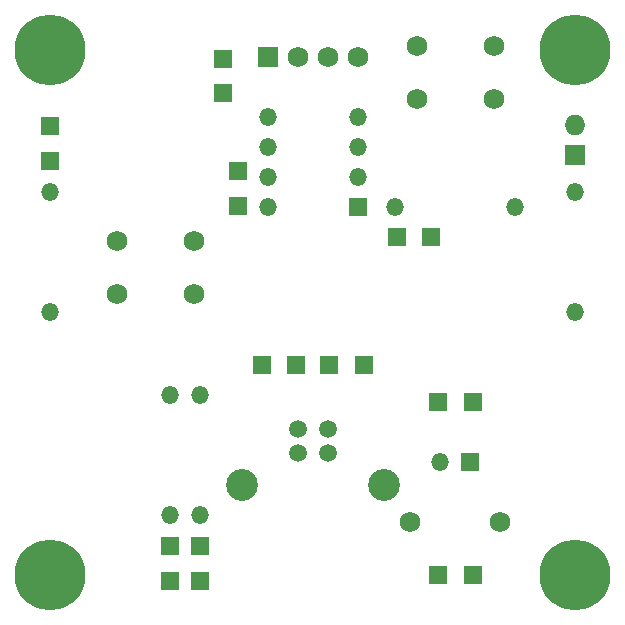
<source format=gbs>
G04 (created by PCBNEW (22-Jun-2014 BZR 4027)-stable) date Mon 12 Jun 2017 10:58:34 PM CDT*
%MOIN*%
G04 Gerber Fmt 3.4, Leading zero omitted, Abs format*
%FSLAX34Y34*%
G01*
G70*
G90*
G04 APERTURE LIST*
%ADD10C,0.00590551*%
%ADD11C,0.23622*%
%ADD12C,0.059*%
%ADD13C,0.1063*%
%ADD14R,0.069X0.069*%
%ADD15C,0.069*%
%ADD16O,0.059X0.059*%
%ADD17O,0.069X0.069*%
%ADD18R,0.059X0.059*%
%ADD19R,0.059X0.064*%
%ADD20R,0.064X0.059*%
G04 APERTURE END LIST*
G54D10*
G54D11*
X82000Y-44000D03*
X64500Y-44000D03*
X82000Y-61500D03*
X64500Y-61500D03*
G54D12*
X73750Y-56650D03*
X72750Y-56650D03*
X72750Y-57437D03*
X73750Y-57437D03*
G54D13*
X75612Y-58500D03*
X70888Y-58500D03*
G54D14*
X71750Y-44250D03*
G54D15*
X72750Y-44250D03*
X73750Y-44250D03*
X74750Y-44250D03*
G54D16*
X76000Y-49250D03*
X80000Y-49250D03*
X64500Y-48750D03*
X64500Y-52750D03*
X82000Y-48750D03*
X82000Y-52750D03*
X69500Y-59500D03*
X69500Y-55500D03*
X68500Y-59500D03*
X68500Y-55500D03*
G54D14*
X82000Y-47500D03*
G54D17*
X82000Y-46500D03*
G54D15*
X76500Y-59750D03*
X79500Y-59750D03*
G54D18*
X78500Y-57750D03*
G54D16*
X77500Y-57750D03*
G54D18*
X74750Y-49250D03*
G54D16*
X74750Y-48250D03*
X74750Y-47250D03*
X74750Y-46250D03*
X71750Y-46250D03*
X71750Y-47250D03*
X71750Y-49250D03*
X71750Y-48250D03*
G54D19*
X69500Y-60550D03*
X69500Y-61700D03*
X68500Y-60550D03*
X68500Y-61700D03*
G54D20*
X72700Y-54500D03*
X71550Y-54500D03*
G54D19*
X64500Y-47700D03*
X64500Y-46550D03*
G54D20*
X76050Y-50250D03*
X77200Y-50250D03*
X78575Y-55750D03*
X77425Y-55750D03*
X77425Y-61500D03*
X78575Y-61500D03*
G54D15*
X66720Y-52135D03*
X66720Y-50364D03*
X69279Y-52135D03*
X69279Y-50364D03*
X76720Y-45635D03*
X76720Y-43864D03*
X79279Y-45635D03*
X79279Y-43864D03*
G54D20*
X73800Y-54500D03*
X74950Y-54500D03*
G54D19*
X70750Y-49200D03*
X70750Y-48050D03*
X70250Y-44300D03*
X70250Y-45450D03*
M02*

</source>
